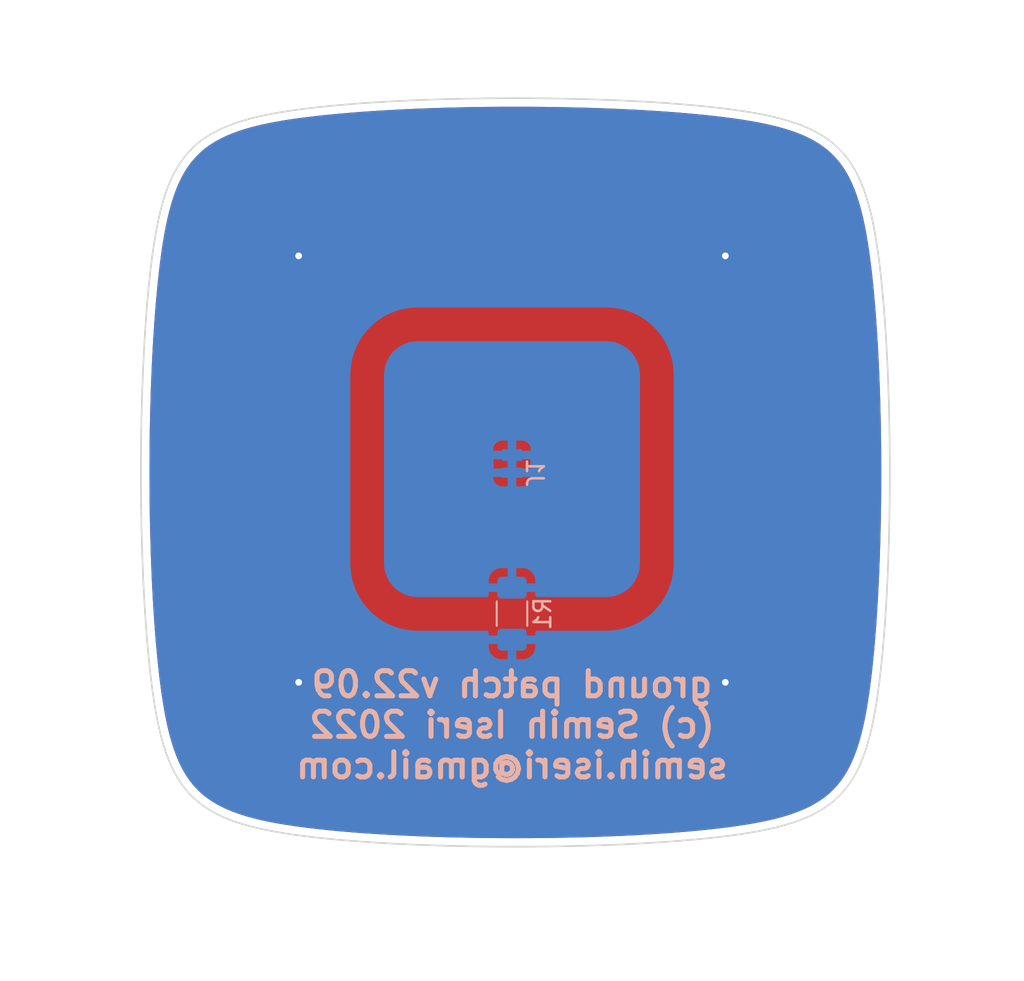
<source format=kicad_pcb>
(kicad_pcb (version 20211014) (generator pcbnew)
  (layers (0 "F.Cu" signal) (31 "B.Cu" signal) (34 "B.Paste" user) (35 "F.Paste" user) (36 "B.SilkS" user "B.Silkscreen") (37 "F.SilkS" user "F.Silkscreen") (38 "B.Mask" user) (39 "F.Mask" user) (44 "Edge.Cuts" user))
  (net 0 "")
  (net 1 "/_GND")
  (net 2 "/GND")
  (footprint "GroundPatch:GroundLogo" (layer "F.Cu") (at 152.4 101.815)
    (fp_text reference "TP1" hide)
    (fp_text value "TestPoint" hide)
    (pad "1" smd roundrect (at 0 0) (size 2.286 1.524) (layers "F.Cu") (net 1 "/_GND"))
  )
  (footprint "GroundPatch:IPS-4102T-01Y900" (layer "B.Cu") (at 152.4 101.815 90)
    (fp_text reference "J1" (at 0 1.35 270 unlocked) (layer "B.SilkS") (effects (justify mirror)))
    (fp_text value "IPS-4102T-01Y900")
    (pad "1" smd rect (at 1.05 0 90) (size 0.7 1.2) (layers "B.Cu" "B.Paste" "B.Mask") (net 2 "/GND"))
    (pad "1" smd rect (at 0 0 90) (size 0.6 1.2) (layers "B.Cu" "B.Paste" "B.Mask") (net 2 "/GND"))
  )
  (footprint "Resistor_SMD:R_1206_3216Metric_Pad1.30x1.75mm_HandSolder" (layer "B.Cu") (at 152.4 110.21 90)
    (fp_text reference "R1" (at 0 1.82 90) (layer "B.SilkS") (effects (justify mirror)))
    (fp_text value "1M")
    (fp_line (start -0.727064 -0.91) (end 0.727064 -0.91) (layer "B.SilkS") (width 0.12))
    (fp_line (start -0.727064 0.91) (end 0.727064 0.91) (layer "B.SilkS") (width 0.12))
    (pad "1" smd roundrect (at -1.55 0 90) (size 1.3 1.75) (layers "B.Cu" "B.Paste" "B.Mask") (roundrect_rratio 0.1923076923) (net 1 "/_GND"))
    (pad "2" smd roundrect (at 1.55 0 90) (size 1.3 1.75) (layers "B.Cu" "B.Paste" "B.Mask") (roundrect_rratio 0.1923076923) (net 2 "/GND"))
  )
  (gr_curve (pts (xy 165.1 80.1333) (xy 171.7667 80.9667) (xy 173.4333 82.6333) (xy 174.2667 89.3)) (layer "Edge.Cuts") (width 0.1))
  (gr_curve (pts (xy 130.9333 89.3) (xy 131.7667 82.6333) (xy 133.4333 80.9667) (xy 140.1 80.1333)) (layer "Edge.Cuts") (width 0.1))
  (gr_curve (pts (xy 174.2667 114.3) (xy 173.4333 120.9667) (xy 171.7667 122.6333) (xy 165.1 123.4667)) (layer "Edge.Cuts") (width 0.1))
  (gr_curve (pts (xy 174.2667 89.3) (xy 175.1 95.96667) (xy 175.1 107.63333) (xy 174.2667 114.3)) (layer "Edge.Cuts") (width 0.1))
  (gr_curve (pts (xy 165.1 123.4667) (xy 158.43333 124.3) (xy 146.76667 124.3) (xy 140.1 123.4667)) (layer "Edge.Cuts") (width 0.1))
  (gr_curve (pts (xy 130.9333 114.3) (xy 130.1 107.63333) (xy 130.1 95.96667) (xy 130.9333 89.3)) (layer "Edge.Cuts") (width 0.1))
  (gr_curve (pts (xy 140.1 80.1333) (xy 146.76667 79.3) (xy 158.43333 79.3) (xy 165.1 80.1333)) (layer "Edge.Cuts") (width 0.1))
  (gr_curve (pts (xy 140.1 123.4667) (xy 133.4333 122.6333) (xy 131.7667 120.9667) (xy 130.9333 114.3)) (layer "Edge.Cuts") (width 0.1))
  (gr_text "ground patch v22.09\n(c) Semih Iseri 2022\nsemih.iseri@gmail.com" (at 152.4 116.84) (layer "B.SilkS") (effects (font (size 1.5 1.5) (thickness 0.3)) (justify mirror)))
  (via (at 139.7 88.9) (size 0.8) (drill 0.4) (layers "F.Cu" "B.Cu") (net 1))
  (via (at 165.1 88.9) (size 0.8) (drill 0.4) (layers "F.Cu" "B.Cu") (net 1))
  (via (at 165.1 114.3) (size 0.8) (drill 0.4) (layers "F.Cu" "B.Cu") (net 1))
  (via (at 139.7 114.3) (size 0.8) (drill 0.4) (layers "F.Cu" "B.Cu") (net 1))
  (zone (net 1) (net_name "/_GND") (layer "F.Cu") (connect_pads yes (clearance 0.508)) (min_thickness 0.254) (fill yes (thermal_gap 0.508) (thermal_bridge_width 0.508))
    (polygon (pts (xy 180.34 129.54) (xy 124.46 129.54) (xy 124.46 76.2) (xy 180.34 76.2)))
  )
  (zone (net 1) (net_name "/_GND") (layer "B.Cu") (connect_pads (clearance 0.508)) (min_thickness 0.254) (fill yes (thermal_gap 0.508) (thermal_bridge_width 0.508))
    (polygon (pts (xy 182.88 132.08) (xy 121.92 132.08) (xy 121.92 73.66) (xy 182.88 73.66)))
  )
  (zone (net 2) (net_name "/GND") (layer "B.Cu") (priority 1) (connect_pads (clearance 2)) (min_thickness 0.254) (fill yes (thermal_gap 0.508) (thermal_bridge_width 0.508) (smoothing fillet) (radius 2))
    (polygon (pts (xy 160.02 109.22) (xy 144.78 109.22) (xy 144.78 93.98) (xy 160.02 93.98)))
  )
)
</source>
